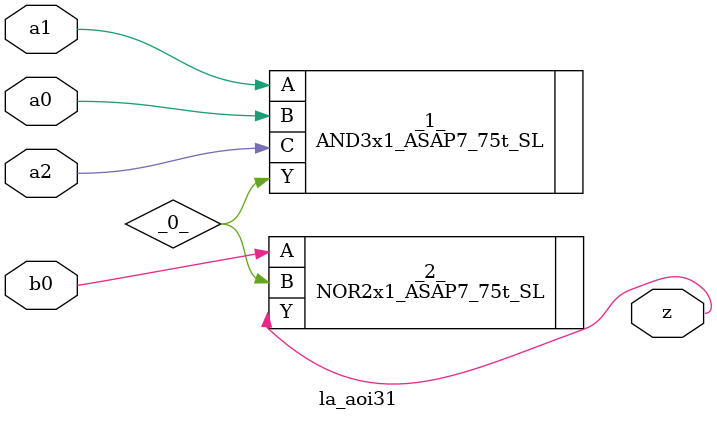
<source format=v>

/* Generated by Yosys 0.37 (git sha1 a5c7f69ed, clang 14.0.0-1ubuntu1.1 -fPIC -Os) */

module la_aoi31(a0, a1, a2, b0, z);
  wire _0_;
  input a0;
  wire a0;
  input a1;
  wire a1;
  input a2;
  wire a2;
  input b0;
  wire b0;
  output z;
  wire z;
  AND3x1_ASAP7_75t_SL _1_ (
    .A(a1),
    .B(a0),
    .C(a2),
    .Y(_0_)
  );
  NOR2x1_ASAP7_75t_SL _2_ (
    .A(b0),
    .B(_0_),
    .Y(z)
  );
endmodule

</source>
